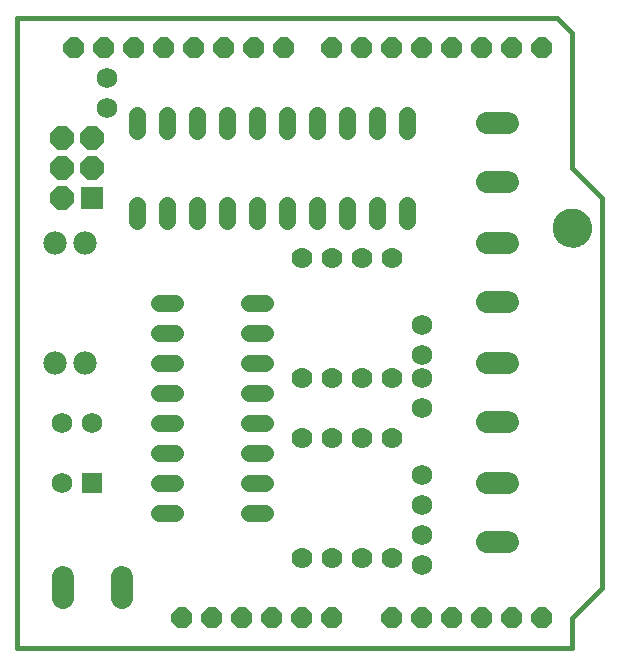
<source format=gbs>
G75*
G70*
%OFA0B0*%
%FSLAX24Y24*%
%IPPOS*%
%LPD*%
%AMOC8*
5,1,8,0,0,1.08239X$1,22.5*
%
%ADD10C,0.0000*%
%ADD11C,0.0160*%
%ADD12C,0.1300*%
%ADD13OC8,0.0700*%
%ADD14C,0.0560*%
%ADD15C,0.0745*%
%ADD16C,0.0700*%
%ADD17R,0.0780X0.0780*%
%ADD18OC8,0.0780*%
%ADD19C,0.0690*%
%ADD20R,0.0690X0.0690*%
%ADD21C,0.0780*%
D10*
X010210Y000504D02*
X010210Y021500D01*
X028080Y014504D02*
X028082Y014554D01*
X028088Y014604D01*
X028098Y014653D01*
X028112Y014701D01*
X028129Y014748D01*
X028150Y014793D01*
X028175Y014837D01*
X028203Y014878D01*
X028235Y014917D01*
X028269Y014954D01*
X028306Y014988D01*
X028346Y015018D01*
X028388Y015045D01*
X028432Y015069D01*
X028478Y015090D01*
X028525Y015106D01*
X028573Y015119D01*
X028623Y015128D01*
X028672Y015133D01*
X028723Y015134D01*
X028773Y015131D01*
X028822Y015124D01*
X028871Y015113D01*
X028919Y015098D01*
X028965Y015080D01*
X029010Y015058D01*
X029053Y015032D01*
X029094Y015003D01*
X029133Y014971D01*
X029169Y014936D01*
X029201Y014898D01*
X029231Y014858D01*
X029258Y014815D01*
X029281Y014771D01*
X029300Y014725D01*
X029316Y014677D01*
X029328Y014628D01*
X029336Y014579D01*
X029340Y014529D01*
X029340Y014479D01*
X029336Y014429D01*
X029328Y014380D01*
X029316Y014331D01*
X029300Y014283D01*
X029281Y014237D01*
X029258Y014193D01*
X029231Y014150D01*
X029201Y014110D01*
X029169Y014072D01*
X029133Y014037D01*
X029094Y014005D01*
X029053Y013976D01*
X029010Y013950D01*
X028965Y013928D01*
X028919Y013910D01*
X028871Y013895D01*
X028822Y013884D01*
X028773Y013877D01*
X028723Y013874D01*
X028672Y013875D01*
X028623Y013880D01*
X028573Y013889D01*
X028525Y013902D01*
X028478Y013918D01*
X028432Y013939D01*
X028388Y013963D01*
X028346Y013990D01*
X028306Y014020D01*
X028269Y014054D01*
X028235Y014091D01*
X028203Y014130D01*
X028175Y014171D01*
X028150Y014215D01*
X028129Y014260D01*
X028112Y014307D01*
X028098Y014355D01*
X028088Y014404D01*
X028082Y014454D01*
X028080Y014504D01*
D11*
X010210Y021504D02*
X010210Y000504D01*
X028710Y000504D01*
X028710Y001504D01*
X029710Y002504D01*
X029710Y015504D01*
X028710Y016504D01*
X028710Y021004D01*
X028210Y021504D01*
X010210Y021504D01*
D12*
X028710Y014504D03*
D13*
X027710Y020504D03*
X026710Y020504D03*
X025710Y020504D03*
X024710Y020504D03*
X023710Y020504D03*
X022710Y020504D03*
X021710Y020504D03*
X020710Y020504D03*
X019110Y020504D03*
X018110Y020504D03*
X017110Y020504D03*
X016110Y020504D03*
X015110Y020504D03*
X014110Y020504D03*
X013110Y020504D03*
X012110Y020504D03*
X015710Y001504D03*
X016710Y001504D03*
X017710Y001504D03*
X018710Y001504D03*
X019710Y001504D03*
X020710Y001504D03*
X022710Y001504D03*
X023710Y001504D03*
X024710Y001504D03*
X025710Y001504D03*
X026710Y001504D03*
X027710Y001504D03*
D14*
X018470Y005004D02*
X017950Y005004D01*
X017950Y006004D02*
X018470Y006004D01*
X018470Y007004D02*
X017950Y007004D01*
X017950Y008004D02*
X018470Y008004D01*
X018470Y009004D02*
X017950Y009004D01*
X017950Y010004D02*
X018470Y010004D01*
X018470Y011004D02*
X017950Y011004D01*
X017950Y012004D02*
X018470Y012004D01*
X015470Y012004D02*
X014950Y012004D01*
X014950Y011004D02*
X015470Y011004D01*
X015470Y010004D02*
X014950Y010004D01*
X014950Y009004D02*
X015470Y009004D01*
X015470Y008004D02*
X014950Y008004D01*
X014950Y007004D02*
X015470Y007004D01*
X015470Y006004D02*
X014950Y006004D01*
X014950Y005004D02*
X015470Y005004D01*
X015210Y014744D02*
X015210Y015264D01*
X014210Y015264D02*
X014210Y014744D01*
X016210Y014744D02*
X016210Y015264D01*
X017210Y015264D02*
X017210Y014744D01*
X018210Y014744D02*
X018210Y015264D01*
X019210Y015264D02*
X019210Y014744D01*
X020210Y014744D02*
X020210Y015264D01*
X021210Y015264D02*
X021210Y014744D01*
X022210Y014744D02*
X022210Y015264D01*
X023210Y015264D02*
X023210Y014744D01*
X023210Y017744D02*
X023210Y018264D01*
X022210Y018264D02*
X022210Y017744D01*
X021210Y017744D02*
X021210Y018264D01*
X020210Y018264D02*
X020210Y017744D01*
X019210Y017744D02*
X019210Y018264D01*
X018210Y018264D02*
X018210Y017744D01*
X017210Y017744D02*
X017210Y018264D01*
X016210Y018264D02*
X016210Y017744D01*
X015210Y017744D02*
X015210Y018264D01*
X014210Y018264D02*
X014210Y017744D01*
D15*
X025857Y017988D02*
X026562Y017988D01*
X026562Y016020D02*
X025857Y016020D01*
X025857Y013988D02*
X026562Y013988D01*
X026562Y012020D02*
X025857Y012020D01*
X025857Y009988D02*
X026562Y009988D01*
X026562Y008020D02*
X025857Y008020D01*
X025857Y005988D02*
X026562Y005988D01*
X026562Y004020D02*
X025857Y004020D01*
X013694Y002856D02*
X013694Y002151D01*
X011726Y002151D02*
X011726Y002856D01*
D16*
X019710Y003504D03*
X020710Y003504D03*
X021710Y003504D03*
X022710Y003504D03*
X022710Y007504D03*
X021710Y007504D03*
X020710Y007504D03*
X019710Y007504D03*
X019710Y009504D03*
X020710Y009504D03*
X021710Y009504D03*
X022710Y009504D03*
X022710Y013504D03*
X021710Y013504D03*
X020710Y013504D03*
X019710Y013504D03*
D17*
X012710Y015504D03*
D18*
X011710Y015504D03*
X011710Y016504D03*
X012710Y016504D03*
X012710Y017504D03*
X011710Y017504D03*
D19*
X013210Y018504D03*
X013210Y019504D03*
X023710Y011254D03*
X023710Y010254D03*
X023710Y009504D03*
X023710Y008504D03*
X023710Y006254D03*
X023710Y005254D03*
X023710Y004254D03*
X023710Y003254D03*
X012710Y008004D03*
X011710Y008004D03*
X011710Y006004D03*
D20*
X012710Y006004D03*
D21*
X012460Y010004D03*
X011460Y010004D03*
X011460Y014004D03*
X012460Y014004D03*
M02*

</source>
